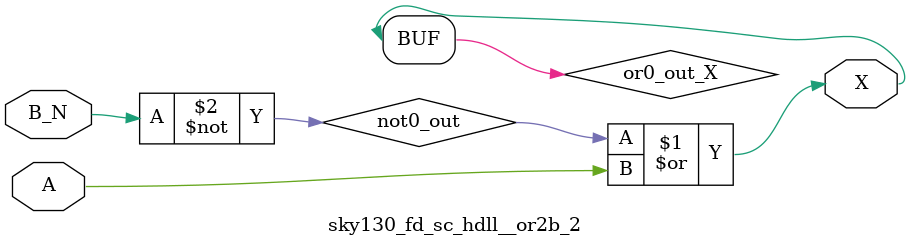
<source format=v>
/*
 * Copyright 2020 The SkyWater PDK Authors
 *
 * Licensed under the Apache License, Version 2.0 (the "License");
 * you may not use this file except in compliance with the License.
 * You may obtain a copy of the License at
 *
 *     https://www.apache.org/licenses/LICENSE-2.0
 *
 * Unless required by applicable law or agreed to in writing, software
 * distributed under the License is distributed on an "AS IS" BASIS,
 * WITHOUT WARRANTIES OR CONDITIONS OF ANY KIND, either express or implied.
 * See the License for the specific language governing permissions and
 * limitations under the License.
 *
 * SPDX-License-Identifier: Apache-2.0
*/


`ifndef SKY130_FD_SC_HDLL__OR2B_2_FUNCTIONAL_V
`define SKY130_FD_SC_HDLL__OR2B_2_FUNCTIONAL_V

/**
 * or2b: 2-input OR, first input inverted.
 *
 * Verilog simulation functional model.
 */

`timescale 1ns / 1ps
`default_nettype none

`celldefine
module sky130_fd_sc_hdll__or2b_2 (
    X  ,
    A  ,
    B_N
);

    // Module ports
    output X  ;
    input  A  ;
    input  B_N;

    // Local signals
    wire not0_out ;
    wire or0_out_X;

    //  Name  Output     Other arguments
    not not0 (not0_out , B_N            );
    or  or0  (or0_out_X, not0_out, A    );
    buf buf0 (X        , or0_out_X      );

endmodule
`endcelldefine

`default_nettype wire
`endif  // SKY130_FD_SC_HDLL__OR2B_2_FUNCTIONAL_V

</source>
